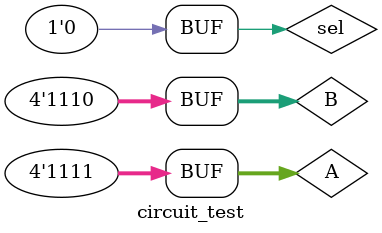
<source format=v>
module Quad_Mux2x1(input[3:0] A,B,input sel,en,output reg[3:0]out);
	always @(*)
		begin
			case(en)
				1'b0: if(sel) out=B; else out=A;
				1'b1: out=0;
			endcase
		end
endmodule

module BCD_7Segment_driver(input [3:0] bcd, output reg [6:0] segment);
    // Drive the segment output with the appropriate code for the input bcd
    always @(*) begin
        case(bcd)
            4'h0: segment = 7'b1111110;
            4'h1: segment = 7'b0110000;
            4'h2: segment = 7'b1101101;
            4'h3: segment = 7'b1111001;
            4'h4: segment = 7'b0110011;
            4'h5: segment = 7'b1011011;
            4'h6: segment = 7'b1011111;
            4'h7: segment = 7'b1110000;
            4'h8: segment = 7'b1111111;
            4'h9: segment = 7'b1111011;
            default: segment = 7'b0000000; // all segments off for invalid input
        endcase
    end
endmodule 

//active low decoder2*4 with enable
module Decoder2x4(input A1,B1,input en, output reg [3:0] out); 
	always @(*)
		begin
			//if enable 0 the decoder work
			if(~en)
				if(A1==0 & B1==0)
					out = 4'b0111;
				else if(A1==0 & B1==1)
					out = 4'b1011;
				else if(A1==1 & B1==0)
					out = 4'b1101;
				else if(A1==1 & B1==1)
					out =  4'b1110;
			//if the enable 1 the decoder does not work
			else
				out = 4'b1111;
		end
endmodule

module circuit(input [3:0]A,B,input sel,output[6:0]seg,output[3:0]Y);
	wire [3:0] w;
	Quad_Mux2x1 mux(A,B,sel,0,w);
	BCD_7Segment_driver bcd(w,seg);
	Decoder2x4 dec(sel,0,0,Y);
endmodule

module circuit_test;
	
	reg [3:0] A,B;
	reg sel;
	wire [6:0] seg;
	wire [3:0] Y;
	
	circuit c1(A,B,sel,seg,Y);
	
	initial
		begin
			A = 4'b0000;
    		B = 4'b0000;
    		sel=0;
			repeat(15)
			begin 
				#10ns sel=1'b1;
    			#10ns A= A+ 4'b0001; B= B+ 4'b0010;
    		    #10ns sel = 1'b0;
			end
		end

endmodule
</source>
